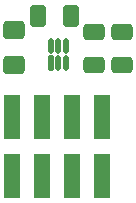
<source format=gts>
G04 #@! TF.GenerationSoftware,KiCad,Pcbnew,(6.0.1)*
G04 #@! TF.CreationDate,2022-01-18T01:04:24-05:00*
G04 #@! TF.ProjectId,SensorStick-TSL2572,53656e73-6f72-4537-9469-636b2d54534c,rev?*
G04 #@! TF.SameCoordinates,Original*
G04 #@! TF.FileFunction,Soldermask,Top*
G04 #@! TF.FilePolarity,Negative*
%FSLAX46Y46*%
G04 Gerber Fmt 4.6, Leading zero omitted, Abs format (unit mm)*
G04 Created by KiCad (PCBNEW (6.0.1)) date 2022-01-18 01:04:24*
%MOMM*%
%LPD*%
G01*
G04 APERTURE LIST*
G04 Aperture macros list*
%AMRoundRect*
0 Rectangle with rounded corners*
0 $1 Rounding radius*
0 $2 $3 $4 $5 $6 $7 $8 $9 X,Y pos of 4 corners*
0 Add a 4 corners polygon primitive as box body*
4,1,4,$2,$3,$4,$5,$6,$7,$8,$9,$2,$3,0*
0 Add four circle primitives for the rounded corners*
1,1,$1+$1,$2,$3*
1,1,$1+$1,$4,$5*
1,1,$1+$1,$6,$7*
1,1,$1+$1,$8,$9*
0 Add four rect primitives between the rounded corners*
20,1,$1+$1,$2,$3,$4,$5,0*
20,1,$1+$1,$4,$5,$6,$7,0*
20,1,$1+$1,$6,$7,$8,$9,0*
20,1,$1+$1,$8,$9,$2,$3,0*%
G04 Aperture macros list end*
%ADD10RoundRect,0.050000X-0.635000X-1.840000X0.635000X-1.840000X0.635000X1.840000X-0.635000X1.840000X0*%
%ADD11RoundRect,0.137500X0.087500X-0.512500X0.087500X0.512500X-0.087500X0.512500X-0.087500X-0.512500X0*%
%ADD12RoundRect,0.050000X0.175000X-0.600000X0.175000X0.600000X-0.175000X0.600000X-0.175000X-0.600000X0*%
%ADD13RoundRect,0.300000X-0.625000X0.375000X-0.625000X-0.375000X0.625000X-0.375000X0.625000X0.375000X0*%
%ADD14RoundRect,0.300000X0.625000X-0.462500X0.625000X0.462500X-0.625000X0.462500X-0.625000X-0.462500X0*%
%ADD15RoundRect,0.300000X-0.375000X-0.625000X0.375000X-0.625000X0.375000X0.625000X-0.375000X0.625000X0*%
G04 APERTURE END LIST*
D10*
X141620000Y-72000000D03*
X141620000Y-76950000D03*
X139080000Y-72000000D03*
X139080000Y-76950000D03*
X136540000Y-72000000D03*
X136540000Y-76950000D03*
X134000000Y-72000000D03*
X134000000Y-76950000D03*
D11*
X137287500Y-65925000D03*
X137937500Y-65925000D03*
X138587500Y-65925000D03*
X138587500Y-67425000D03*
X137937500Y-67425000D03*
D12*
X137287500Y-67425000D03*
D13*
X141000000Y-64800000D03*
X141000000Y-67600000D03*
X143300000Y-64800000D03*
X143300000Y-67600000D03*
D14*
X134200000Y-67587500D03*
X134200000Y-64612500D03*
D15*
X136200000Y-63400000D03*
X139000000Y-63400000D03*
M02*

</source>
